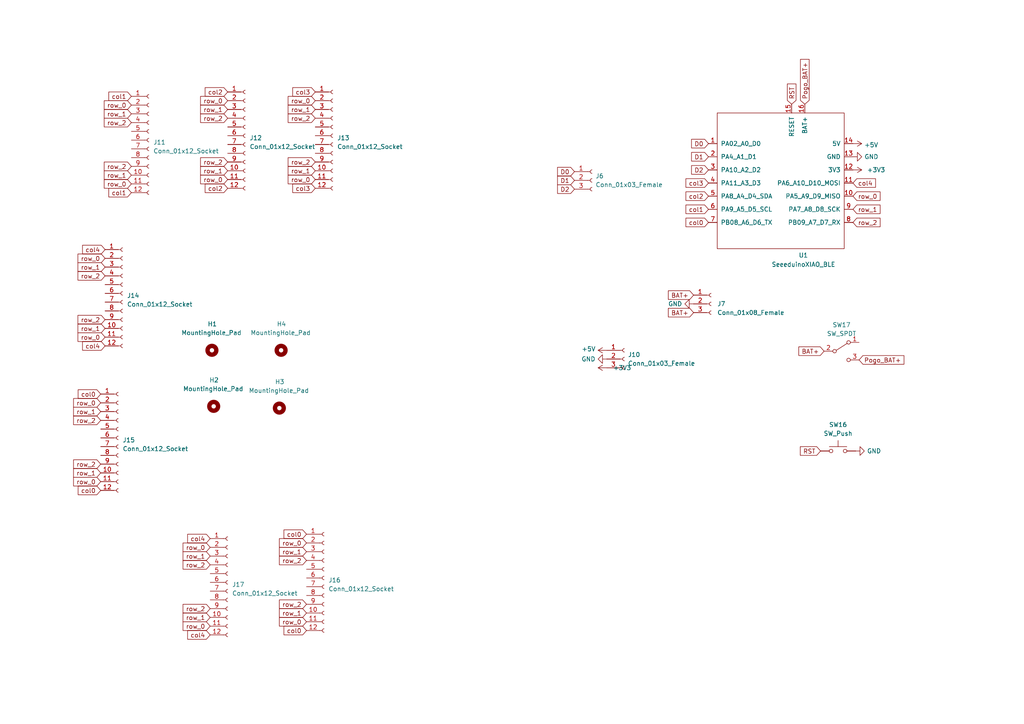
<source format=kicad_sch>
(kicad_sch (version 20230121) (generator eeschema)
  (paper "A4")
  (lib_symbols
    (symbol "Connector:Conn_01x03_Female" (pin_names (offset 1.016) hide)
      (property "Reference" "J" (at 0 5.08 0))
      (property "Value" "Conn_01x03_Female" (at 0 -5.08 0))
      (symbol "Conn_01x03_Female_1_1"
        (arc (start 0 -2.032) (mid -0.5058 -2.54) (end 0 -3.048) (stroke (width 0.1524)))
        (polyline (pts (xy -1.27 -2.54) (xy -0.508 -2.54)) (stroke (width 0.1524)))
        (polyline (pts (xy -1.27 0) (xy -0.508 0)) (stroke (width 0.1524)))
        (polyline (pts (xy -1.27 2.54) (xy -0.508 2.54)) (stroke (width 0.1524)))
        (arc (start 0 0.508) (mid -0.5058 0) (end 0 -0.508) (stroke (width 0.1524)))
        (arc (start 0 3.048) (mid -0.5058 2.54) (end 0 2.032) (stroke (width 0.1524)))
        (pin passive line (at -5.08 2.54 0) (length 3.81) (name "Pin_1") (number "1"))
        (pin passive line (at -5.08 0 0) (length 3.81) (name "Pin_2") (number "2"))
        (pin passive line (at -5.08 -2.54 0) (length 3.81) (name "Pin_3") (number "3"))
      )
    )
    (symbol "Connector:Conn_01x12_Socket" (pin_names (offset 1.016) hide)
      (property "Reference" "J" (at 0 15.24 0))
      (property "Value" "Conn_01x12_Socket" (at 0 -17.78 0))
      (symbol "Conn_01x12_Socket_1_1"
        (arc (start 0 -14.732) (mid -0.5058 -15.24) (end 0 -15.748) (stroke (width 0.1524)))
        (arc (start 0 -12.192) (mid -0.5058 -12.7) (end 0 -13.208) (stroke (width 0.1524)))
        (arc (start 0 -9.652) (mid -0.5058 -10.16) (end 0 -10.668) (stroke (width 0.1524)))
        (arc (start 0 -7.112) (mid -0.5058 -7.62) (end 0 -8.128) (stroke (width 0.1524)))
        (arc (start 0 -4.572) (mid -0.5058 -5.08) (end 0 -5.588) (stroke (width 0.1524)))
        (arc (start 0 -2.032) (mid -0.5058 -2.54) (end 0 -3.048) (stroke (width 0.1524)))
        (polyline (pts (xy -1.27 -15.24) (xy -0.508 -15.24)) (stroke (width 0.1524)))
        (polyline (pts (xy -1.27 -12.7) (xy -0.508 -12.7)) (stroke (width 0.1524)))
        (polyline (pts (xy -1.27 -10.16) (xy -0.508 -10.16)) (stroke (width 0.1524)))
        (polyline (pts (xy -1.27 -7.62) (xy -0.508 -7.62)) (stroke (width 0.1524)))
        (polyline (pts (xy -1.27 -5.08) (xy -0.508 -5.08)) (stroke (width 0.1524)))
        (polyline (pts (xy -1.27 -2.54) (xy -0.508 -2.54)) (stroke (width 0.1524)))
        (polyline (pts (xy -1.27 0) (xy -0.508 0)) (stroke (width 0.1524)))
        (polyline (pts (xy -1.27 2.54) (xy -0.508 2.54)) (stroke (width 0.1524)))
        (polyline (pts (xy -1.27 5.08) (xy -0.508 5.08)) (stroke (width 0.1524)))
        (polyline (pts (xy -1.27 7.62) (xy -0.508 7.62)) (stroke (width 0.1524)))
        (polyline (pts (xy -1.27 10.16) (xy -0.508 10.16)) (stroke (width 0.1524)))
        (polyline (pts (xy -1.27 12.7) (xy -0.508 12.7)) (stroke (width 0.1524)))
        (arc (start 0 0.508) (mid -0.5058 0) (end 0 -0.508) (stroke (width 0.1524)))
        (arc (start 0 3.048) (mid -0.5058 2.54) (end 0 2.032) (stroke (width 0.1524)))
        (arc (start 0 5.588) (mid -0.5058 5.08) (end 0 4.572) (stroke (width 0.1524)))
        (arc (start 0 8.128) (mid -0.5058 7.62) (end 0 7.112) (stroke (width 0.1524)))
        (arc (start 0 10.668) (mid -0.5058 10.16) (end 0 9.652) (stroke (width 0.1524)))
        (arc (start 0 13.208) (mid -0.5058 12.7) (end 0 12.192) (stroke (width 0.1524)))
        (pin passive line (at -5.08 12.7 0) (length 3.81) (name "Pin_1") (number "1"))
        (pin passive line (at -5.08 -10.16 0) (length 3.81) (name "Pin_10") (number "10"))
        (pin passive line (at -5.08 -12.7 0) (length 3.81) (name "Pin_11") (number "11"))
        (pin passive line (at -5.08 -15.24 0) (length 3.81) (name "Pin_12") (number "12"))
        (pin passive line (at -5.08 10.16 0) (length 3.81) (name "Pin_2") (number "2"))
        (pin passive line (at -5.08 7.62 0) (length 3.81) (name "Pin_3") (number "3"))
        (pin passive line (at -5.08 5.08 0) (length 3.81) (name "Pin_4") (number "4"))
        (pin passive line (at -5.08 2.54 0) (length 3.81) (name "Pin_5") (number "5"))
        (pin passive line (at -5.08 0 0) (length 3.81) (name "Pin_6") (number "6"))
        (pin passive line (at -5.08 -2.54 0) (length 3.81) (name "Pin_7") (number "7"))
        (pin passive line (at -5.08 -5.08 0) (length 3.81) (name "Pin_8") (number "8"))
        (pin passive line (at -5.08 -7.62 0) (length 3.81) (name "Pin_9") (number "9"))
      )
    )
    (symbol "Mechanical:MountingHole" (pin_names (offset 1.016))
      (property "Reference" "H" (at 0 5.08 0))
      (property "Value" "MountingHole" (at 0 3.175 0))
      (symbol "MountingHole_0_1"
        (circle (center 0 0) (radius 1.27) (stroke (width 1.27)))
      )
    )
    (symbol "Seeeduino XIAO:SeeeduinoXIAO_BLE" (pin_names (offset 1.016))
      (property "Reference" "U1" (at -0.635 -23.8506 0))
      (property "Value" "SeeeduinoXIAO_BLE" (at -0.635 -26.162 0))
      (symbol "SeeeduinoXIAO_BLE_0_1"
        (rectangle (start -19.05 20.32) (end 17.78 -19.05))
      )
      (symbol "SeeeduinoXIAO_BLE_1_1"
        (pin bidirectional line (at -21.59 11.43 0) (length 2.54) (name "PA02_A0_D0") (number "1"))
        (pin bidirectional line (at 20.32 -3.81 180) (length 2.54) (name "PA5_A9_D9_MISO") (number "10"))
        (pin bidirectional line (at 20.32 0 180) (length 2.54) (name "PA6_A10_D10_MOSI") (number "11"))
        (pin power_out line (at 20.32 3.81 180) (length 2.54) (name "3V3") (number "12"))
        (pin power_out line (at 20.32 7.62 180) (length 2.54) (name "GND") (number "13"))
        (pin power_out line (at 20.32 11.43 180) (length 2.54) (name "5V") (number "14"))
        (pin input line (at 2.54 22.86 270) (length 2.54) (name "RESET") (number "15"))
        (pin power_in line (at 6.35 22.86 270) (length 2.54) (name "BAT+") (number "16"))
        (pin bidirectional line (at -21.59 7.62 0) (length 2.54) (name "PA4_A1_D1") (number "2"))
        (pin bidirectional line (at -21.59 3.81 0) (length 2.54) (name "PA10_A2_D2") (number "3"))
        (pin unspecified line (at -21.59 0 0) (length 2.54) (name "PA11_A3_D3") (number "4"))
        (pin bidirectional line (at -21.59 -3.81 0) (length 2.54) (name "PA8_A4_D4_SDA") (number "5"))
        (pin bidirectional line (at -21.59 -7.62 0) (length 2.54) (name "PA9_A5_D5_SCL") (number "6"))
        (pin bidirectional line (at -21.59 -11.43 0) (length 2.54) (name "PB08_A6_D6_TX") (number "7"))
        (pin bidirectional line (at 20.32 -11.43 180) (length 2.54) (name "PB09_A7_D7_RX") (number "8"))
        (pin bidirectional line (at 20.32 -7.62 180) (length 2.54) (name "PA7_A8_D8_SCK") (number "9"))
      )
    )
    (symbol "Switch:SW_Push" (pin_numbers hide) (pin_names (offset 1.016) hide)
      (property "Reference" "SW" (at 1.27 2.54 0))
      (property "Value" "SW_Push" (at 0 -1.524 0))
      (symbol "SW_Push_0_1"
        (circle (center -2.032 0) (radius 0.508))
        (polyline (pts (xy 0 1.27) (xy 0 3.048)))
        (polyline (pts (xy 2.54 1.27) (xy -2.54 1.27)))
        (circle (center 2.032 0) (radius 0.508))
        (pin passive line (at -5.08 0 0) (length 2.54) (name "1") (number "1"))
        (pin passive line (at 5.08 0 180) (length 2.54) (name "2") (number "2"))
      )
    )
    (symbol "Switch:SW_SPDT" (pin_names (offset 0) hide)
      (property "Reference" "SW" (at 0 4.318 0))
      (property "Value" "SW_SPDT" (at 0 -5.08 0))
      (symbol "SW_SPDT_0_0"
        (circle (center -2.032 0) (radius 0.508))
        (circle (center 2.032 -2.54) (radius 0.508))
      )
      (symbol "SW_SPDT_0_1"
        (polyline (pts (xy -1.524 0.254) (xy 1.651 2.286)))
        (circle (center 2.032 2.54) (radius 0.508))
      )
      (symbol "SW_SPDT_1_1"
        (pin passive line (at 5.08 2.54 180) (length 2.54) (name "A") (number "1"))
        (pin passive line (at -5.08 0 0) (length 2.54) (name "B") (number "2"))
        (pin passive line (at 5.08 -2.54 180) (length 2.54) (name "C") (number "3"))
      )
    )
    (symbol "power:+3V3" (power) (pin_names (offset 0))
      (property "Value" "+3V3" (at 0 3.556 0))
      (symbol "+3V3_0_1"
        (polyline (pts (xy -0.762 1.27) (xy 0 2.54)))
        (polyline (pts (xy 0 0) (xy 0 2.54)))
        (polyline (pts (xy 0 2.54) (xy 0.762 1.27)))
      )
      (symbol "+3V3_1_1"
        (pin power_in line (at 0 0 90) (length 0) hide (name "+3V3") (number "1"))
      )
    )
    (symbol "power:+5V" (power) (pin_names (offset 0))
      (property "Value" "+5V" (at 0 3.556 0))
      (symbol "+5V_0_1"
        (polyline (pts (xy -0.762 1.27) (xy 0 2.54)))
        (polyline (pts (xy 0 0) (xy 0 2.54)))
        (polyline (pts (xy 0 2.54) (xy 0.762 1.27)))
      )
      (symbol "+5V_1_1"
        (pin power_in line (at 0 0 90) (length 0) hide (name "+5V") (number "1"))
      )
    )
    (symbol "power:GND" (power) (pin_names (offset 0))
      (property "Value" "GND" (at 0 -3.81 0))
      (symbol "GND_0_1"
        (polyline (pts (xy 0 0) (xy 0 -1.27) (xy 1.27 -1.27) (xy 0 -2.54) (xy -1.27 -1.27) (xy 0 -1.27)))
      )
      (symbol "GND_1_1"
        (pin power_in line (at 0 0 270) (length 0) hide (name "GND") (number "1"))
      )
    )
  )
  (global_label "row_0" (shape input) (at 60.96 181.61 180) (property "Intersheetrefs" "${INTERSHEET_REFS}" (effects hide)))
  (global_label "row_0" (shape input) (at 30.48 97.79 180) (property "Intersheetrefs" "${INTERSHEET_REFS}" (effects hide)))
  (global_label "col3" (shape input) (at 91.44 26.67 180) (property "Intersheetrefs" "${INTERSHEET_REFS}" (effects hide)))
  (global_label "row_0" (shape input) (at 88.9 157.48 180) (property "Intersheetrefs" "${INTERSHEET_REFS}" (effects hide)))
  (global_label "row_2" (shape input) (at 91.44 34.29 180) (property "Intersheetrefs" "${INTERSHEET_REFS}" (effects hide)))
  (global_label "col3" (shape input) (at 91.44 54.61 180) (property "Intersheetrefs" "${INTERSHEET_REFS}" (effects hide)))
  (global_label "row_1" (shape input) (at 247.396 60.706 0) (property "Intersheetrefs" "${INTERSHEET_REFS}" (effects hide)))
  (global_label "row_0" (shape input) (at 247.396 56.896 0) (property "Intersheetrefs" "${INTERSHEET_REFS}" (effects hide)))
  (global_label "col4" (shape input) (at 60.96 156.21 180) (property "Intersheetrefs" "${INTERSHEET_REFS}" (effects hide)))
  (global_label "col1" (shape input) (at 38.1 27.94 180) (property "Intersheetrefs" "${INTERSHEET_REFS}" (effects hide)))
  (global_label "row_0" (shape input) (at 29.21 139.7 180) (property "Intersheetrefs" "${INTERSHEET_REFS}" (effects hide)))
  (global_label "row_2" (shape input) (at 66.04 34.29 180) (property "Intersheetrefs" "${INTERSHEET_REFS}" (effects hide)))
  (global_label "row_0" (shape input) (at 66.04 29.21 180) (property "Intersheetrefs" "${INTERSHEET_REFS}" (effects hide)))
  (global_label "row_1" (shape input) (at 60.96 179.07 180) (property "Intersheetrefs" "${INTERSHEET_REFS}" (effects hide)))
  (global_label "row_0" (shape input) (at 38.1 53.34 180) (property "Intersheetrefs" "${INTERSHEET_REFS}" (effects hide)))
  (global_label "row_1" (shape input) (at 30.48 95.25 180) (property "Intersheetrefs" "${INTERSHEET_REFS}" (effects hide)))
  (global_label "BAT+" (shape input) (at 201.168 90.678 180) (property "Intersheetrefs" "${INTERSHEET_REFS}" (effects hide)))
  (global_label "D1" (shape input) (at 205.486 45.466 180) (property "Intersheetrefs" "${INTERSHEET_REFS}" (effects hide)))
  (global_label "col2" (shape input) (at 66.04 26.67 180) (property "Intersheetrefs" "${INTERSHEET_REFS}" (effects hide)))
  (global_label "col4" (shape input) (at 60.96 184.15 180) (property "Intersheetrefs" "${INTERSHEET_REFS}" (effects hide)))
  (global_label "row_1" (shape input) (at 66.04 31.75 180) (property "Intersheetrefs" "${INTERSHEET_REFS}" (effects hide)))
  (global_label "row_0" (shape input) (at 91.44 52.07 180) (property "Intersheetrefs" "${INTERSHEET_REFS}" (effects hide)))
  (global_label "col3" (shape input) (at 205.486 53.086 180) (property "Intersheetrefs" "${INTERSHEET_REFS}" (effects hide)))
  (global_label "row_0" (shape input) (at 29.21 116.84 180) (property "Intersheetrefs" "${INTERSHEET_REFS}" (effects hide)))
  (global_label "BAT+" (shape input) (at 239.014 101.854 180) (property "Intersheetrefs" "${INTERSHEET_REFS}" (effects hide)))
  (global_label "row_2" (shape input) (at 38.1 48.26 180) (property "Intersheetrefs" "${INTERSHEET_REFS}" (effects hide)))
  (global_label "col1" (shape input) (at 205.486 60.706 180) (property "Intersheetrefs" "${INTERSHEET_REFS}" (effects hide)))
  (global_label "row_2" (shape input) (at 60.96 163.83 180) (property "Intersheetrefs" "${INTERSHEET_REFS}" (effects hide)))
  (global_label "col0" (shape input) (at 88.9 182.88 180) (property "Intersheetrefs" "${INTERSHEET_REFS}" (effects hide)))
  (global_label "row_1" (shape input) (at 60.96 161.29 180) (property "Intersheetrefs" "${INTERSHEET_REFS}" (effects hide)))
  (global_label "RST" (shape input) (at 229.616 30.226 90) (property "Intersheetrefs" "${INTERSHEET_REFS}" (effects hide)))
  (global_label "D0" (shape input) (at 166.624 49.784 180) (property "Intersheetrefs" "${INTERSHEET_REFS}" (effects hide)))
  (global_label "row_2" (shape input) (at 30.48 92.71 180) (property "Intersheetrefs" "${INTERSHEET_REFS}" (effects hide)))
  (global_label "col4" (shape input) (at 247.396 53.086 0) (property "Intersheetrefs" "${INTERSHEET_REFS}" (effects hide)))
  (global_label "RST" (shape input) (at 237.998 130.81 180) (property "Intersheetrefs" "${INTERSHEET_REFS}" (effects hide)))
  (global_label "row_2" (shape input) (at 29.21 134.62 180) (property "Intersheetrefs" "${INTERSHEET_REFS}" (effects hide)))
  (global_label "row_2" (shape input) (at 88.9 175.26 180) (property "Intersheetrefs" "${INTERSHEET_REFS}" (effects hide)))
  (global_label "row_0" (shape input) (at 38.1 30.48 180) (property "Intersheetrefs" "${INTERSHEET_REFS}" (effects hide)))
  (global_label "D2" (shape input) (at 205.486 49.276 180) (property "Intersheetrefs" "${INTERSHEET_REFS}" (effects hide)))
  (global_label "col4" (shape input) (at 30.48 72.39 180) (property "Intersheetrefs" "${INTERSHEET_REFS}" (effects hide)))
  (global_label "D2" (shape input) (at 166.624 54.864 180) (property "Intersheetrefs" "${INTERSHEET_REFS}" (effects hide)))
  (global_label "row_1" (shape input) (at 38.1 33.02 180) (property "Intersheetrefs" "${INTERSHEET_REFS}" (effects hide)))
  (global_label "col0" (shape input) (at 205.486 64.516 180) (property "Intersheetrefs" "${INTERSHEET_REFS}" (effects hide)))
  (global_label "row_1" (shape input) (at 29.21 137.16 180) (property "Intersheetrefs" "${INTERSHEET_REFS}" (effects hide)))
  (global_label "col1" (shape input) (at 38.1 55.88 180) (property "Intersheetrefs" "${INTERSHEET_REFS}" (effects hide)))
  (global_label "row_1" (shape input) (at 30.48 77.47 180) (property "Intersheetrefs" "${INTERSHEET_REFS}" (effects hide)))
  (global_label "row_0" (shape input) (at 88.9 180.34 180) (property "Intersheetrefs" "${INTERSHEET_REFS}" (effects hide)))
  (global_label "row_0" (shape input) (at 66.04 52.07 180) (property "Intersheetrefs" "${INTERSHEET_REFS}" (effects hide)))
  (global_label "row_2" (shape input) (at 91.44 46.99 180) (property "Intersheetrefs" "${INTERSHEET_REFS}" (effects hide)))
  (global_label "row_1" (shape input) (at 91.44 31.75 180) (property "Intersheetrefs" "${INTERSHEET_REFS}" (effects hide)))
  (global_label "row_1" (shape input) (at 38.1 50.8 180) (property "Intersheetrefs" "${INTERSHEET_REFS}" (effects hide)))
  (global_label "row_1" (shape input) (at 29.21 119.38 180) (property "Intersheetrefs" "${INTERSHEET_REFS}" (effects hide)))
  (global_label "row_0" (shape input) (at 30.48 74.93 180) (property "Intersheetrefs" "${INTERSHEET_REFS}" (effects hide)))
  (global_label "row_2" (shape input) (at 60.96 176.53 180) (property "Intersheetrefs" "${INTERSHEET_REFS}" (effects hide)))
  (global_label "col0" (shape input) (at 29.21 114.3 180) (property "Intersheetrefs" "${INTERSHEET_REFS}" (effects hide)))
  (global_label "Pogo_BAT+" (shape input) (at 233.426 30.226 90) (property "Intersheetrefs" "${INTERSHEET_REFS}" (effects hide)))
  (global_label "row_2" (shape input) (at 29.21 121.92 180) (property "Intersheetrefs" "${INTERSHEET_REFS}" (effects hide)))
  (global_label "row_1" (shape input) (at 88.9 160.02 180) (property "Intersheetrefs" "${INTERSHEET_REFS}" (effects hide)))
  (global_label "BAT+" (shape input) (at 201.168 85.598 180) (property "Intersheetrefs" "${INTERSHEET_REFS}" (effects hide)))
  (global_label "col4" (shape input) (at 30.48 100.33 180) (property "Intersheetrefs" "${INTERSHEET_REFS}" (effects hide)))
  (global_label "row_1" (shape input) (at 91.44 49.53 180) (property "Intersheetrefs" "${INTERSHEET_REFS}" (effects hide)))
  (global_label "col0" (shape input) (at 88.9 154.94 180) (property "Intersheetrefs" "${INTERSHEET_REFS}" (effects hide)))
  (global_label "row_2" (shape input) (at 88.9 162.56 180) (property "Intersheetrefs" "${INTERSHEET_REFS}" (effects hide)))
  (global_label "row_0" (shape input) (at 60.96 158.75 180) (property "Intersheetrefs" "${INTERSHEET_REFS}" (effects hide)))
  (global_label "row_2" (shape input) (at 66.04 46.99 180) (property "Intersheetrefs" "${INTERSHEET_REFS}" (effects hide)))
  (global_label "row_2" (shape input) (at 30.48 80.01 180) (property "Intersheetrefs" "${INTERSHEET_REFS}" (effects hide)))
  (global_label "row_2" (shape input) (at 247.396 64.516 0) (property "Intersheetrefs" "${INTERSHEET_REFS}" (effects hide)))
  (global_label "D0" (shape input) (at 205.486 41.656 180) (property "Intersheetrefs" "${INTERSHEET_REFS}" (effects hide)))
  (global_label "col2" (shape input) (at 66.04 54.61 180) (property "Intersheetrefs" "${INTERSHEET_REFS}" (effects hide)))
  (global_label "row_0" (shape input) (at 91.44 29.21 180) (property "Intersheetrefs" "${INTERSHEET_REFS}" (effects hide)))
  (global_label "row_1" (shape input) (at 66.04 49.53 180) (property "Intersheetrefs" "${INTERSHEET_REFS}" (effects hide)))
  (global_label "Pogo_BAT+" (shape input) (at 249.174 104.394 0) (property "Intersheetrefs" "${INTERSHEET_REFS}" (effects hide)))
  (global_label "col0" (shape input) (at 29.21 142.24 180) (property "Intersheetrefs" "${INTERSHEET_REFS}" (effects hide)))
  (global_label "row_1" (shape input) (at 88.9 177.8 180) (property "Intersheetrefs" "${INTERSHEET_REFS}" (effects hide)))
  (global_label "D1" (shape input) (at 166.624 52.324 180) (property "Intersheetrefs" "${INTERSHEET_REFS}" (effects hide)))
  (global_label "row_2" (shape input) (at 38.1 35.56 180) (property "Intersheetrefs" "${INTERSHEET_REFS}" (effects hide)))
  (global_label "col2" (shape input) (at 205.486 56.896 180) (property "Intersheetrefs" "${INTERSHEET_REFS}" (effects hide)))
  (symbol (lib_id "power:GND") (at 201.168 88.138 270) (unit 1)
    (property "Reference" "#PWR0106" (effects hide))
    (property "Value" "GND" (at 197.866 88.138 90) (effects (justify right)))
  )
  (symbol (lib_id "power:+3V3") (at 247.396 49.276 270) (unit 1)
    (property "Reference" "#PWR0102" (effects hide))
    (property "Value" "+3V3" (at 251.46 49.2759 90) (effects (justify left)))
  )
  (symbol (lib_id "Connector:Conn_01x12_Socket") (at 43.18 40.64 0) (unit 1)
    (property "Reference" "J11" (at 44.45 41.275 0) (effects (justify left)))
    (property "Value" "Conn_01x12_Socket" (at 44.45 43.815 0) (effects (justify left)))
    (property "Footprint" "Alaa:FPC-SMD_FPC05012-09200-.5mm-rev" (effects hide))
    (property "LCSC(not included)" "C479750" (effects hide))
  )
  (symbol (lib_id "Mechanical:MountingHole") (at 81.026 118.364 0) (unit 1)
    (property "Reference" "H3" (at 79.756 110.744 0) (effects (justify left)))
    (property "Value" "MountingHole_Pad" (at 72.136 113.284 0) (effects (justify left)))
    (property "Footprint" "Alaa:MountingHole_M3" (effects hide))
  )
  (symbol (lib_id "power:GND") (at 248.158 130.81 90) (unit 1)
    (property "Reference" "#PWR0105" (effects hide))
    (property "Value" "GND" (at 251.46 130.81 90) (effects (justify right)))
  )
  (symbol (lib_id "Connector:Conn_01x12_Socket") (at 96.52 39.37 0) (unit 1)
    (property "Reference" "J13" (at 97.79 40.005 0) (effects (justify left)))
    (property "Value" "Conn_01x12_Socket" (at 97.79 42.545 0) (effects (justify left)))
    (property "Footprint" "Alaa:FPC-SMD_FPC05012-09200-.5mm-rev" (effects hide))
    (property "LCSC(not included)" "C479750" (effects hide))
  )
  (symbol (lib_id "power:GND") (at 176.022 104.14 270) (unit 1)
    (property "Reference" "#PWR0109" (effects hide))
    (property "Value" "GND" (at 172.72 104.14 90) (effects (justify right)))
  )
  (symbol (lib_id "Switch:SW_Push") (at 243.078 130.81 0) (unit 1)
    (property "Reference" "SW16" (at 243.078 123.19 0))
    (property "Value" "SW_Push" (at 243.078 125.73 0))
    (property "Footprint" "Alaa:ResetSW" (effects hide))
  )
  (symbol (lib_id "Mechanical:MountingHole") (at 61.468 101.6 0) (unit 1)
    (property "Reference" "H1" (at 60.198 93.98 0) (effects (justify left)))
    (property "Value" "MountingHole_Pad" (at 52.578 96.52 0) (effects (justify left)))
    (property "Footprint" "Alaa:MountingHole_M3" (effects hide))
  )
  (symbol (lib_id "Connector:Conn_01x03_Female") (at 181.102 104.14 0) (unit 1)
    (property "Reference" "J10" (at 182.118 102.8699 0) (effects (justify left)))
    (property "Value" "Conn_01x03_Female" (at 182.118 105.4099 0) (effects (justify left)))
    (property "Footprint" "Connector_PinHeader_2.00mm:PinHeader_1x03_P2.00mm_Vertical" (effects hide))
  )
  (symbol (lib_id "Seeeduino XIAO:SeeeduinoXIAO_BLE") (at 227.076 53.086 0) (unit 1)
    (property "Reference" "U1" (at 231.6354 74.0394 0) (effects (justify left)))
    (property "Value" "SeeeduinoXIAO_BLE" (at 223.774 76.708 0) (effects (justify left)))
    (property "Footprint" "Alaa:SeeeduinoXIAO-2.54-21X17.8MM" (effects hide))
  )
  (symbol (lib_id "Connector:Conn_01x12_Socket") (at 34.29 127 0) (unit 1)
    (property "Reference" "J15" (at 35.56 127.635 0) (effects (justify left)))
    (property "Value" "Conn_01x12_Socket" (at 35.56 130.175 0) (effects (justify left)))
    (property "Footprint" "Alaa:FPC-SMD_FPC05012-09200-.5mm-rev" (effects hide))
    (property "LCSC(not included)" "C479750" (effects hide))
  )
  (symbol (lib_id "Mechanical:MountingHole") (at 61.976 117.856 0) (unit 1)
    (property "Reference" "H2" (at 60.706 110.236 0) (effects (justify left)))
    (property "Value" "MountingHole_Pad" (at 53.086 112.776 0) (effects (justify left)))
    (property "Footprint" "Alaa:MountingHole_M3" (effects hide))
  )
  (symbol (lib_id "Switch:SW_SPDT") (at 244.094 101.854 0) (unit 1)
    (property "Reference" "SW17" (at 244.094 94.234 0))
    (property "Value" "SW_SPDT" (at 244.094 96.774 0))
    (property "Footprint" "Alaa:SW_CuK_OS102011MA1QN1_SPDT_Angled" (effects hide))
    (property "LCSC(not included)" "C226259" (effects hide))
  )
  (symbol (lib_id "power:GND") (at 247.396 45.466 90) (unit 1)
    (property "Reference" "#PWR0101" (effects hide))
    (property "Value" "GND" (at 250.698 45.466 90) (effects (justify right)))
  )
  (symbol (lib_id "Connector:Conn_01x03_Female") (at 206.248 88.138 0) (unit 1)
    (property "Reference" "J7" (at 208.026 88.1379 0) (effects (justify left)))
    (property "Value" "Conn_01x08_Female" (at 208.026 90.6779 0) (effects (justify left)))
    (property "Footprint" "Alaa:3JST_BAT" (effects hide))
  )
  (symbol (lib_id "power:+3V3") (at 176.022 106.68 90) (unit 1)
    (property "Reference" "#PWR0108" (effects hide))
    (property "Value" "+3V3" (at 177.8 106.6799 90) (effects (justify right)))
  )
  (symbol (lib_id "Connector:Conn_01x12_Socket") (at 93.98 167.64 0) (unit 1)
    (property "Reference" "J16" (at 95.25 168.275 0) (effects (justify left)))
    (property "Value" "Conn_01x12_Socket" (at 95.25 170.815 0) (effects (justify left)))
    (property "Footprint" "Alaa:FPC-SMD_FPC05012-09200-.5mm-rev" (effects hide))
    (property "LCSC(not included)" "C479750" (effects hide))
  )
  (symbol (lib_id "Connector:Conn_01x03_Female") (at 171.704 52.324 0) (unit 1)
    (property "Reference" "J6" (at 172.72 51.0539 0) (effects (justify left)))
    (property "Value" "Conn_01x03_Female" (at 172.72 53.5939 0) (effects (justify left)))
    (property "Footprint" "Connector_PinHeader_2.00mm:PinHeader_1x03_P2.00mm_Vertical" (effects hide))
  )
  (symbol (lib_id "Mechanical:MountingHole") (at 81.534 101.6 0) (unit 1)
    (property "Reference" "H4" (at 80.264 93.98 0) (effects (justify left)))
    (property "Value" "MountingHole_Pad" (at 72.644 96.52 0) (effects (justify left)))
    (property "Footprint" "Alaa:MountingHole_M3" (effects hide))
  )
  (symbol (lib_id "Connector:Conn_01x12_Socket") (at 66.04 168.91 0) (unit 1)
    (property "Reference" "J17" (at 67.31 169.545 0) (effects (justify left)))
    (property "Value" "Conn_01x12_Socket" (at 67.31 172.085 0) (effects (justify left)))
    (property "Footprint" "Alaa:FPC-SMD_FPC05012-09200-.5mm-rev" (effects hide))
    (property "LCSC(not included)" "C479750" (effects hide))
  )
  (symbol (lib_id "power:+5V") (at 176.022 101.6 90) (unit 1)
    (property "Reference" "#PWR0110" (effects hide))
    (property "Value" "+5V" (at 172.7708 101.219 90) (effects (justify left)))
  )
  (symbol (lib_id "power:+5V") (at 247.396 41.656 270) (unit 1)
    (property "Reference" "#PWR0103" (effects hide))
    (property "Value" "+5V" (at 250.6472 42.037 90) (effects (justify left)))
  )
  (symbol (lib_id "Connector:Conn_01x12_Socket") (at 71.12 39.37 0) (unit 1)
    (property "Reference" "J12" (at 72.39 40.005 0) (effects (justify left)))
    (property "Value" "Conn_01x12_Socket" (at 72.39 42.545 0) (effects (justify left)))
    (property "Footprint" "Alaa:FPC-SMD_FPC05012-09200-.5mm-rev" (effects hide))
    (property "LCSC(not included)" "C479750" (effects hide))
  )
  (symbol (lib_id "Connector:Conn_01x12_Socket") (at 35.56 85.09 0) (unit 1)
    (property "Reference" "J14" (at 36.83 85.725 0) (effects (justify left)))
    (property "Value" "Conn_01x12_Socket" (at 36.83 88.265 0) (effects (justify left)))
    (property "Footprint" "Alaa:FPC-SMD_FPC05012-09200-.5mm-rev" (effects hide))
    (property "LCSC(not included)" "C479750" (effects hide))
  )
)
</source>
